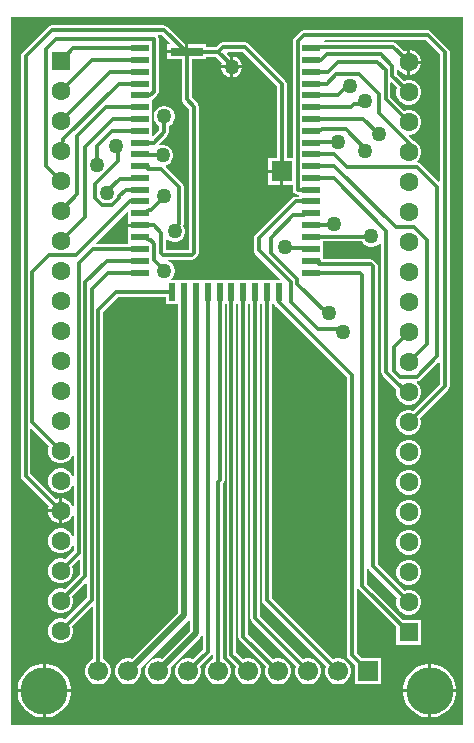
<source format=gtl>
%FSTAX23Y23*%
%MOIN*%
%SFA1B1*%

%IPPOS*%
%ADD14R,0.070080X0.070080*%
%ADD15R,0.109840X0.029920*%
%ADD16R,0.059060X0.023620*%
%ADD17R,0.023620X0.059060*%
%ADD20C,0.066930*%
%ADD21R,0.066930X0.066930*%
%ADD24C,0.011810*%
%ADD25C,0.019680*%
%ADD26C,0.062990*%
%ADD27R,0.062990X0.062990*%
%ADD28C,0.157480*%
%ADD29C,0.050000*%
%LNpcb2-1*%
%LPD*%
G36*
X02605Y01045D02*
X011D01*
Y03405*
X02605*
Y01045*
G37*
%LNpcb2-2*%
%LPC*%
G36*
X01609Y03378D02*
X01235D01*
X01228Y03376*
X01223Y03373*
X01136Y03286*
X01133Y03281*
X01131Y03275*
Y01876*
X01133Y0187*
X01136Y01865*
X01226Y01775*
X01223Y01765*
Y01765*
X0126*
Y01801*
X01259*
X01249Y01798*
X01164Y01883*
Y02031*
X01169Y02033*
X01226Y01975*
X01223Y01965*
Y01954*
X01226Y01943*
X01231Y01934*
X01239Y01926*
X01248Y01921*
X01259Y01918*
X0127*
X01281Y01921*
X0129Y01926*
X01298Y01934*
X01303Y01943*
X01303Y01944*
X01308Y01943*
Y01876*
X01303Y01875*
X01303Y01876*
X01298Y01885*
X0129Y01893*
X01281Y01898*
X0127Y01901*
X01259*
X01248Y01898*
X01239Y01893*
X01231Y01885*
X01226Y01876*
X01223Y01865*
Y01854*
X01226Y01843*
X01231Y01834*
X01239Y01826*
X01248Y01821*
X01259Y01818*
X0127*
X01281Y01821*
X0129Y01826*
X01298Y01834*
X01303Y01843*
X01303Y01844*
X01308Y01843*
Y01776*
X01303Y01775*
X01303Y01776*
X01298Y01785*
X0129Y01793*
X01281Y01798*
X0127Y01801*
X0127*
Y0176*
Y01718*
X0127*
X01281Y01721*
X0129Y01726*
X01298Y01734*
X01303Y01743*
X01303Y01744*
X01308Y01743*
Y01676*
X01303Y01675*
X01303Y01676*
X01298Y01685*
X0129Y01693*
X01281Y01698*
X0127Y01701*
X01259*
X01248Y01698*
X01239Y01693*
X01231Y01685*
X01226Y01676*
X01223Y01665*
Y01654*
X01226Y01643*
X01231Y01634*
X01239Y01626*
X01248Y01621*
X01259Y01618*
X0127*
X01281Y01621*
X0129Y01626*
X01298Y01634*
X01303Y01643*
X01303Y01644*
X01308Y01643*
Y01626*
X0128Y01598*
X0127Y01601*
X01259*
X01248Y01598*
X01239Y01593*
X01231Y01585*
X01226Y01576*
X01223Y01565*
Y01554*
X01226Y01543*
X01231Y01534*
X01239Y01526*
X01248Y01521*
X01259Y01518*
X0127*
X01281Y01521*
X0129Y01526*
X01298Y01534*
X01303Y01543*
X01306Y01554*
Y01565*
X01303Y01575*
X01325Y01597*
X0133Y01595*
Y01548*
X0128Y01498*
X0127Y01501*
X01259*
X01248Y01498*
X01239Y01493*
X01231Y01485*
X01226Y01476*
X01223Y01465*
Y01454*
X01226Y01443*
X01231Y01434*
X01239Y01426*
X01248Y01421*
X01259Y01418*
X0127*
X01281Y01421*
X0129Y01426*
X01298Y01434*
X01303Y01443*
X01306Y01454*
Y01465*
X01303Y01475*
X01347Y01519*
X01351Y01517*
Y01469*
X0128Y01398*
X0127Y01401*
X01259*
X01248Y01398*
X01239Y01393*
X01231Y01385*
X01226Y01376*
X01223Y01365*
Y01354*
X01226Y01343*
X01231Y01334*
X01239Y01326*
X01248Y01321*
X01259Y01318*
X0127*
X01281Y01321*
X0129Y01326*
X01298Y01334*
X01303Y01343*
X01306Y01354*
Y01365*
X01303Y01375*
X01369Y01441*
X01373Y01439*
Y01265*
X01373Y01265*
X01363Y01259*
X01355Y01251*
X01349Y01241*
X01346Y0123*
Y01219*
X01349Y01208*
X01355Y01198*
X01363Y0119*
X01373Y01184*
X01384Y01181*
X01395*
X01406Y01184*
X01416Y0119*
X01424Y01198*
X0143Y01208*
X01433Y01219*
Y0123*
X0143Y01241*
X01424Y01251*
X01416Y01259*
X01406Y01265*
X01406Y01265*
Y0159*
X01406Y01592*
Y02423*
X01456Y02473*
X01616*
Y0245*
X01656*
Y0142*
X01502Y01266*
X01495Y01268*
X01484*
X01473Y01265*
X01463Y01259*
X01455Y01251*
X01449Y01241*
X01446Y0123*
Y01219*
X01449Y01208*
X01455Y01198*
X01463Y0119*
X01473Y01184*
X01484Y01181*
X01495*
X01506Y01184*
X01516Y0119*
X01524Y01198*
X0153Y01208*
X01533Y01219*
Y0123*
X01531Y01237*
X01691Y01397*
X01692Y01397*
X01696Y01396*
Y01359*
X01602Y01266*
X01595Y01268*
X01584*
X01573Y01265*
X01563Y01259*
X01555Y01251*
X01549Y01241*
X01546Y0123*
Y01219*
X01549Y01208*
X01555Y01198*
X01563Y0119*
X01573Y01184*
X01584Y01181*
X01595*
X01606Y01184*
X01616Y0119*
X01624Y01198*
X0163Y01208*
X01633Y01219*
Y0123*
X01631Y01237*
X0173Y01337*
X01734Y01343*
X01738Y01342*
X01739Y01342*
Y01297*
X01707Y01265*
X01706Y01265*
X01695Y01268*
X01684*
X01673Y01265*
X01663Y01259*
X01655Y01251*
X01649Y01241*
X01646Y0123*
Y01219*
X01649Y01208*
X01655Y01198*
X01663Y0119*
X01673Y01184*
X01684Y01181*
X01695*
X01706Y01184*
X01716Y0119*
X01724Y01198*
X0173Y01208*
X01733Y01219*
Y0123*
X0173Y01241*
X0173Y01242*
X01767Y01279*
X01768Y01281*
X01773Y0128*
Y01265*
X01773Y01265*
X01763Y01259*
X01755Y01251*
X01749Y01241*
X01746Y0123*
Y01219*
X01749Y01208*
X01755Y01198*
X01763Y0119*
X01773Y01184*
X01784Y01181*
X01795*
X01806Y01184*
X01816Y0119*
X01824Y01198*
X0183Y01208*
X01833Y01219*
Y0123*
X0183Y01241*
X01824Y01251*
X01816Y01259*
X01806Y01265*
X01806Y01265*
Y0185*
X01806Y0185*
X0181Y01856*
X01811Y01862*
Y0245*
X01818*
Y0128*
X01819Y01274*
X01823Y01268*
X01849Y01242*
X01849Y01241*
X01846Y0123*
Y01219*
X01849Y01208*
X01855Y01198*
X01863Y0119*
X01873Y01184*
X01884Y01181*
X01895*
X01906Y01184*
X01916Y0119*
X01924Y01198*
X0193Y01208*
X01933Y01219*
Y0123*
X0193Y01241*
X01924Y01251*
X01916Y01259*
X01906Y01265*
X01895Y01268*
X01884*
X01873Y01265*
X01872Y01265*
X0185Y01287*
Y0245*
X01857*
Y0134*
X01859Y01334*
X01862Y01329*
X01949Y01242*
X01949Y01241*
X01946Y0123*
Y01219*
X01949Y01208*
X01955Y01198*
X01963Y0119*
X01973Y01184*
X01984Y01181*
X01995*
X02006Y01184*
X02016Y0119*
X02024Y01198*
X0203Y01208*
X02033Y01219*
Y0123*
X0203Y01241*
X02024Y01251*
X02016Y01259*
X02006Y01265*
X01995Y01268*
X01984*
X01973Y01265*
X01972Y01265*
X0189Y01347*
Y0245*
X01897*
Y01401*
X01898Y01395*
X01901Y0139*
X02049Y01242*
X02049Y01241*
X02046Y0123*
Y01219*
X02049Y01208*
X02055Y01198*
X02063Y0119*
X02073Y01184*
X02084Y01181*
X02095*
X02106Y01184*
X02116Y0119*
X02124Y01198*
X0213Y01208*
X02133Y01219*
Y0123*
X0213Y01241*
X02124Y01251*
X02116Y01259*
X02106Y01265*
X02095Y01268*
X02084*
X02073Y01265*
X02072Y01265*
X01929Y01408*
Y0245*
X01936*
Y01462*
X01937Y01456*
X01941Y0145*
X02149Y01242*
X02149Y01241*
X02146Y0123*
Y01219*
X02149Y01208*
X02155Y01198*
X02163Y0119*
X02173Y01184*
X02184Y01181*
X02195*
X02206Y01184*
X02216Y0119*
X02224Y01198*
X0223Y01208*
X02233Y01219*
Y0123*
X0223Y01241*
X02224Y01251*
X02216Y01259*
X02206Y01265*
X02195Y01268*
X02184*
X02173Y01265*
X02172Y01265*
X01969Y01468*
Y0245*
X01977*
X01977Y02449*
X0198Y02444*
X02218Y02206*
Y0128*
X0222Y01273*
X02223Y01268*
X02246Y01245*
Y01181*
X02333*
Y01268*
X02269*
X02251Y01286*
Y015*
X02256Y01502*
X02258Y01498*
X02383Y01373*
Y01313*
X02466*
Y01396*
X02406*
X02286Y01516*
Y01565*
X02291Y01567*
X02293Y01563*
X02386Y0147*
X02383Y0146*
Y01449*
X02386Y01438*
X02391Y01429*
X02399Y01421*
X02408Y01416*
X02419Y01413*
X0243*
X02441Y01416*
X0245Y01421*
X02458Y01429*
X02463Y01438*
X02466Y01449*
Y0146*
X02463Y01471*
X02458Y0148*
X0245Y01488*
X02441Y01493*
X0243Y01496*
X02419*
X02409Y01493*
X02321Y01581*
Y02576*
X02319Y02582*
X02316Y02587*
X02309Y02594*
X02304Y02597*
X02298Y02599*
X02142*
X02142Y026*
X02139Y02603*
Y02658*
X02269*
X02271Y02653*
X02278Y02646*
X02286Y02642*
X02295Y0264*
X02304*
X02313Y02642*
X02321Y02646*
X02328Y02653*
X02328Y02654*
X02333Y02653*
Y02221*
X02335Y02215*
X02338Y0221*
X02376Y02171*
X02377Y02171*
X02378Y0217*
X02384Y02165*
X02383Y0216*
Y02149*
X02386Y02138*
X02391Y02129*
X02399Y02121*
X02408Y02116*
X02419Y02113*
X0243*
X02441Y02116*
X0245Y02121*
X02458Y02129*
X02463Y02138*
X02466Y02149*
Y0216*
X02463Y02171*
X02458Y0218*
X02452Y02185*
X02454Y02191*
X02458Y02192*
X02463Y02195*
X02524Y02256*
X02528Y02254*
Y02181*
X0244Y02093*
X0243Y02096*
X02419*
X02408Y02093*
X02399Y02088*
X02391Y0208*
X02386Y02071*
X02383Y0206*
Y02049*
X02386Y02038*
X02391Y02029*
X02399Y02021*
X02408Y02016*
X02419Y02013*
X0243*
X02441Y02016*
X0245Y02021*
X02458Y02029*
X02463Y02038*
X02466Y02049*
Y0206*
X02463Y0207*
X02556Y02163*
X02559Y02168*
X02561Y02175*
Y03289*
X02559Y03295*
X02556Y033*
X025Y03356*
X02495Y03359*
X02489Y03361*
X02075*
X02068Y03359*
X02063Y03356*
X02043Y03336*
X0204Y03331*
X02038Y03325*
Y02937*
X02019*
Y03182*
X02017Y03188*
X02014Y03193*
X01891Y03316*
X01886Y03319*
X0188Y03321*
X01805*
X01799Y03319*
X01793Y03316*
X01783Y03306*
X0175*
Y03315*
X0169*
Y0329*
X01685*
Y03285*
X0162*
Y03265*
X01668*
Y03132*
X0167Y03125*
X01673Y0312*
X01693Y031*
Y0263*
X01617*
Y02662*
X01621Y02664*
X01623Y02662*
X01631Y02658*
X0164Y02656*
X01649*
X01658Y02658*
X01666Y02662*
X01673Y02669*
X01677Y02677*
X0168Y02686*
Y02695*
X01677Y02704*
X01674Y02709*
X01674Y0271*
X01676Y02716*
Y02839*
X01674Y02845*
X01671Y0285*
X01615Y02906*
X01617Y02911*
X01618Y02912*
X01626Y02916*
X01633Y02923*
X01637Y02931*
X0164Y0294*
Y02949*
X01637Y02958*
X01633Y02966*
X01626Y02973*
X01618Y02977*
X01609Y0298*
X016*
X01595Y02978*
X01593Y02983*
X0162Y0301*
X01624Y03016*
X01625Y03022*
Y03043*
X01631Y03046*
X01638Y03053*
X01642Y03061*
X01645Y0307*
Y03079*
X01642Y03088*
X01638Y03096*
X01631Y03103*
X01623Y03107*
X01614Y0311*
X01605*
X01596Y03107*
X01588Y03103*
X01581Y03096*
X01577Y03088*
X01575Y03079*
Y0307*
X01577Y03061*
X01581Y03053*
X01588Y03046*
X01593Y03044*
Y03029*
X01574Y03009*
X01569Y03012*
Y03044*
Y03084*
Y0313*
X01573Y03133*
X01586Y03146*
X01589Y03151*
X01591Y03157*
Y03332*
X01589Y03338*
X01588Y0334*
X0159Y03345*
X01602*
X01629Y03319*
X01628Y03315*
X0162*
Y03295*
X0168*
Y03316*
X0162Y03373*
X01617Y03375*
X01615Y03376*
X01614Y03377*
X01614Y03377*
X01611Y03377*
X01609Y03378*
G37*
G36*
X0243Y01996D02*
X02419D01*
X02408Y01993*
X02399Y01988*
X02391Y0198*
X02386Y01971*
X02383Y0196*
Y01949*
X02386Y01938*
X02391Y01929*
X02399Y01921*
X02408Y01916*
X02419Y01913*
X0243*
X02441Y01916*
X0245Y01921*
X02458Y01929*
X02463Y01938*
X02466Y01949*
Y0196*
X02463Y01971*
X02458Y0198*
X0245Y01988*
X02441Y01993*
X0243Y01996*
G37*
G36*
Y01896D02*
X02419D01*
X02408Y01893*
X02399Y01888*
X02391Y0188*
X02386Y01871*
X02383Y0186*
Y01849*
X02386Y01838*
X02391Y01829*
X02399Y01821*
X02408Y01816*
X02419Y01813*
X0243*
X02441Y01816*
X0245Y01821*
X02458Y01829*
X02463Y01838*
X02466Y01849*
Y0186*
X02463Y01871*
X02458Y0188*
X0245Y01888*
X02441Y01893*
X0243Y01896*
G37*
G36*
X0126Y01755D02*
X01223D01*
Y01754*
X01226Y01743*
X01231Y01734*
X01239Y01726*
X01248Y01721*
X01259Y01718*
X0126*
Y01755*
G37*
G36*
X0243Y01796D02*
X02419D01*
X02408Y01793*
X02399Y01788*
X02391Y0178*
X02386Y01771*
X02383Y0176*
Y01749*
X02386Y01738*
X02391Y01729*
X02399Y01721*
X02408Y01716*
X02419Y01713*
X0243*
X02441Y01716*
X0245Y01721*
X02458Y01729*
X02463Y01738*
X02466Y01749*
Y0176*
X02463Y01771*
X02458Y0178*
X0245Y01788*
X02441Y01793*
X0243Y01796*
G37*
G36*
Y01696D02*
X02419D01*
X02408Y01693*
X02399Y01688*
X02391Y0168*
X02386Y01671*
X02383Y0166*
Y01649*
X02386Y01638*
X02391Y01629*
X02399Y01621*
X02408Y01616*
X02419Y01613*
X0243*
X02441Y01616*
X0245Y01621*
X02458Y01629*
X02463Y01638*
X02466Y01649*
Y0166*
X02463Y01671*
X02458Y0168*
X0245Y01688*
X02441Y01693*
X0243Y01696*
G37*
G36*
Y01596D02*
X02419D01*
X02408Y01593*
X02399Y01588*
X02391Y0158*
X02386Y01571*
X02383Y0156*
Y01549*
X02386Y01538*
X02391Y01529*
X02399Y01521*
X02408Y01516*
X02419Y01513*
X0243*
X02441Y01516*
X0245Y01521*
X02458Y01529*
X02463Y01538*
X02466Y01549*
Y0156*
X02463Y01571*
X02458Y0158*
X0245Y01588*
X02441Y01593*
X0243Y01596*
G37*
G36*
X02503Y01248D02*
X025D01*
Y01165*
X02583*
Y01168*
X0258Y01185*
X02573Y01202*
X02563Y01216*
X02551Y01228*
X02537Y01238*
X0252Y01245*
X02503Y01248*
G37*
G36*
X0249D02*
X02486D01*
X02469Y01245*
X02452Y01238*
X02438Y01228*
X02426Y01216*
X02416Y01202*
X02409Y01185*
X02406Y01168*
Y01165*
X0249*
Y01248*
G37*
G36*
X01218D02*
X01215D01*
Y01165*
X01298*
Y01168*
X01295Y01185*
X01288Y01202*
X01278Y01216*
X01266Y01228*
X01252Y01238*
X01235Y01245*
X01218Y01248*
G37*
G36*
X01205D02*
X01201D01*
X01184Y01245*
X01167Y01238*
X01153Y01228*
X01141Y01216*
X01131Y01202*
X01124Y01185*
X01121Y01168*
Y01165*
X01205*
Y01248*
G37*
G36*
X02583Y01155D02*
X025D01*
Y01071*
X02503*
X0252Y01074*
X02537Y01081*
X02551Y01091*
X02563Y01103*
X02573Y01117*
X0258Y01134*
X02583Y01151*
Y01155*
G37*
G36*
X0249D02*
X02406D01*
Y01151*
X02409Y01134*
X02416Y01117*
X02426Y01103*
X02438Y01091*
X02452Y01081*
X02469Y01074*
X02486Y01071*
X0249*
Y01155*
G37*
G36*
X01298D02*
X01215D01*
Y01071*
X01218*
X01235Y01074*
X01252Y01081*
X01266Y01091*
X01278Y01103*
X01288Y01117*
X01295Y01134*
X01298Y01151*
Y01155*
G37*
G36*
X01205D02*
X01121D01*
Y01151*
X01124Y01134*
X01131Y01117*
X01141Y01103*
X01153Y01091*
X01167Y01081*
X01184Y01074*
X01201Y01071*
X01205*
Y01155*
G37*
%LNpcb2-3*%
%LPD*%
G36*
X01986Y03175D02*
Y02937D01*
X01957*
Y02897*
X02002*
Y02892*
X02007*
Y02847*
X02038*
Y0283*
X0204Y02824*
X02043Y02819*
X02048Y02815*
X02055Y02814*
X0206*
Y02807*
X02048*
X02041Y02806*
X02036Y02802*
X01913Y02679*
X0191Y02674*
X01908Y02668*
Y02629*
X0191Y02622*
X01913Y02617*
X01997Y02534*
X01995Y02529*
X01636*
X01633Y02534*
X01638Y02538*
X01642Y02546*
X01645Y02555*
Y02564*
X01642Y02573*
X01638Y02581*
X01631Y02588*
X01623Y02592*
X01622Y02592*
X01623Y02597*
X01703*
X01709Y02599*
X01714Y02602*
X01721Y02609*
X01724Y02614*
X01726Y0262*
Y03107*
X01724Y03113*
X01721Y03118*
X01701Y03138*
Y03265*
X0175*
Y03274*
X01783*
X01803Y03254*
X01802Y03253*
X018Y03245*
X0183*
Y03274*
X01829Y03274*
X01819Y03284*
X01821Y03288*
X01873*
X01986Y03175*
G37*
G36*
X02528Y03282D02*
Y02859D01*
X02524Y02857*
X02465Y02916*
X0246Y02919*
X02456Y0292*
X02454Y02926*
X02458Y02929*
X02463Y02938*
X02466Y02949*
Y0296*
X02463Y02971*
X02458Y0298*
X0245Y02988*
X02441Y02993*
X02439Y02994*
X02436Y02998*
X02426Y03008*
X02427Y03013*
X0243*
X02441Y03016*
X0245Y03021*
X02458Y03029*
X02463Y03038*
X02466Y03049*
Y0306*
X02463Y03071*
X02458Y0308*
X0245Y03088*
X02441Y03093*
X0243Y03096*
X02419*
X02409Y03093*
X02364Y03138*
Y03186*
X02369Y03188*
X02386Y0317*
X02383Y0316*
Y03149*
X02386Y03138*
X02391Y03129*
X02399Y03121*
X02408Y03116*
X02419Y03113*
X0243*
X02441Y03116*
X0245Y03121*
X02458Y03129*
X02463Y03138*
X02466Y03149*
Y0316*
X02463Y03171*
X02458Y0318*
X0245Y03188*
X02441Y03193*
X0243Y03196*
X02419*
X02409Y03193*
X02386Y03216*
Y03229*
X02391Y0323*
X02391Y03229*
X02399Y03221*
X02408Y03216*
X02419Y03213*
X0242*
Y03255*
Y03296*
X02419*
X02409Y03293*
X02385Y03317*
X0238Y0332*
X02374Y03321*
X02143*
X02142Y03323*
X02145Y03328*
X02482*
X02528Y03282*
G37*
G36*
X0149Y02755D02*
Y02729D01*
Y02717*
X01529*
Y02707*
X0149*
Y0269*
Y02649*
X01384*
X01382Y02654*
X01485Y02757*
X0149Y02755*
G37*
%LNpcb2-4*%
%LPC*%
G36*
X0184Y03274D02*
Y03245D01*
X01869*
X01867Y03253*
X01863Y03261*
X01856Y03268*
X01848Y03272*
X0184Y03274*
G37*
G36*
X01869Y03235D02*
X0184D01*
Y03205*
X01848Y03207*
X01856Y03211*
X01863Y03218*
X01867Y03226*
X01869Y03235*
G37*
G36*
X0183D02*
X018D01*
X01802Y03226*
X01806Y03218*
X01813Y03211*
X01821Y03207*
X0183Y03205*
Y03235*
G37*
G36*
X01997Y02887D02*
X01957D01*
Y02847*
X01997*
Y02887*
G37*
G36*
X0243Y03296D02*
X0243D01*
Y0326*
X02466*
Y0326*
X02463Y03271*
X02458Y0328*
X0245Y03288*
X02441Y03293*
X0243Y03296*
G37*
G36*
X02466Y0325D02*
X0243D01*
Y03213*
X0243*
X02441Y03216*
X0245Y03221*
X02458Y03229*
X02463Y03238*
X02466Y03249*
Y0325*
G37*
%LNpcb2-5*%
%LPD*%
G54D14*
X02002Y02892D03*
G54D15*
X01685Y0329D03*
G54D16*
X021Y03302D03*
Y03263D03*
Y03224D03*
Y03184D03*
Y03145D03*
Y03106D03*
Y03066D03*
Y03027D03*
Y02987D03*
Y02948D03*
Y02909D03*
Y02869D03*
Y0283D03*
Y02791D03*
Y02751D03*
Y02712D03*
Y02672D03*
Y02633D03*
Y02594D03*
Y02554D03*
X01529D03*
Y02594D03*
Y02633D03*
Y02672D03*
Y02712D03*
Y02751D03*
Y02791D03*
Y0283D03*
Y02869D03*
Y02909D03*
Y02948D03*
Y02987D03*
Y03027D03*
Y03066D03*
Y03106D03*
Y03145D03*
Y03184D03*
Y03224D03*
Y03263D03*
Y03302D03*
G54D17*
X01992Y02489D03*
X01952D03*
X01913D03*
X01874D03*
X01834D03*
X01795D03*
X01755D03*
X01716D03*
X01677D03*
X01637D03*
G54D20*
X0139Y01225D03*
X0149D03*
X0159D03*
X0169D03*
X0179D03*
X0189D03*
X0199D03*
X0209D03*
X0219D03*
G54D21*
X0229Y01225D03*
G54D24*
X01379Y02848D02*
X01457Y02926D01*
X01436Y02779D02*
X0146Y02803D01*
X0142Y0282D02*
Y02825D01*
X01403Y02779D02*
X01436D01*
X01379Y02803D02*
Y02848D01*
Y02803D02*
X01403Y02779D01*
X0146Y02803D02*
Y02808D01*
X01483Y0283*
X0142Y02825D02*
X01462Y02867D01*
X01527*
X01483Y0283D02*
X01529D01*
X01527Y02867D02*
X01529Y02869D01*
X01386Y02914D02*
Y02976D01*
X0145Y02975D02*
X01457Y02967D01*
X01457Y02926D02*
Y02938D01*
X01457Y02938D02*
X01457Y02938D01*
X01457Y02938D02*
Y02967D01*
X02151Y0242D02*
X0216D01*
X02054Y02517D02*
X02151Y0242D01*
X02054Y02517D02*
Y02531D01*
X01965Y0262D02*
X02054Y02531D01*
X01965Y0262D02*
Y0267D01*
X02032Y02457D02*
Y02522D01*
X01925Y02629D02*
X02032Y02522D01*
X01925Y02629D02*
Y02668D01*
X01965Y0267D02*
X0204Y02745D01*
X02076*
X01925Y02668D02*
X02048Y02791D01*
X02016Y02636D02*
X02097D01*
X02013Y0264D02*
X02016Y02636D01*
X02082Y02751D02*
X021D01*
X02097Y02636D02*
X021Y02633D01*
X02076Y02745D02*
X02082Y02751D01*
X02172Y02712D02*
X02176Y02716D01*
X021Y02672D02*
X02101Y02674D01*
X021Y02712D02*
X02172D01*
X02101Y02674D02*
X02299D01*
X023Y02675*
X02375Y02305D02*
X02425Y02355D01*
X02375Y02227D02*
X02395Y02207D01*
X02375Y02227D02*
Y02305D01*
X0235Y02221D02*
Y02694D01*
X02175Y02869D02*
X0235Y02694D01*
Y02221D02*
X02388Y02183D01*
X02395Y02207D02*
X02452D01*
X02231Y03106D02*
X02242Y03117D01*
X02272*
X02101Y03106D02*
X02231D01*
X02272Y03117D02*
X0228Y03125D01*
X021Y03106D02*
X02101Y03106D01*
X02326Y03085D02*
X02425Y02987D01*
X0226Y03215D02*
X02326Y0315D01*
Y03085D02*
Y0315D01*
X02348Y03131D02*
Y03229D01*
Y03131D02*
X02425Y03055D01*
X02273Y03066D02*
X02325Y03015D01*
X021Y03066D02*
X02273D01*
X02216Y03031D02*
X0228Y02967D01*
Y0296D02*
Y02967D01*
X021Y02987D02*
X02101Y02988D01*
X02188*
X0219Y0299*
X0222Y03175D02*
X0223D01*
X021Y03145D02*
X0219D01*
X02152Y03184D02*
X02183Y03215D01*
X0219Y03145D02*
X0222Y03175D01*
X02183Y03215D02*
X0226D01*
X0179Y0329D02*
X01835Y03246D01*
Y0324D02*
Y03246D01*
X0161Y0256D02*
Y02562D01*
X01576Y02595D02*
Y0265D01*
Y02595D02*
X0161Y02562D01*
X01607Y02614D02*
X01703D01*
X0171Y0262D02*
Y03107D01*
X016Y0262D02*
Y02686D01*
Y0262D02*
X01607Y02614D01*
X01703D02*
X0171Y0262D01*
X01558Y02661D02*
X01565D01*
X01547Y02672D02*
X01558Y02661D01*
X01565D02*
X01576Y0265D01*
X01529Y02672D02*
X01547D01*
X0145Y02489D02*
X01637D01*
X0139Y0243D02*
X0145Y02489D01*
X01609Y03074D02*
X0161Y03075D01*
X01609Y03022D02*
Y03074D01*
X01575Y02987D02*
X01609Y03022D01*
X01529Y02948D02*
X01531Y02946D01*
X01603D02*
X01605Y02945D01*
X01531Y02946D02*
X01603D01*
X01529Y02751D02*
X01547D01*
X01558Y02763*
X01565D02*
X0161Y02807D01*
X01558Y02763D02*
X01565D01*
X0161Y02807D02*
Y0281D01*
X016Y02899D02*
X0166Y02839D01*
X01645Y02691D02*
Y02701D01*
X0166Y02716*
Y02839*
X01439Y03066D02*
X01529D01*
X01345Y0274D02*
Y02971D01*
X01439Y03066*
X01386Y02976D02*
X01437Y03027D01*
X01529*
X01556Y02899D02*
X016D01*
X01529Y02909D02*
X01556D01*
Y02899D02*
Y02909D01*
X01148Y01876D02*
X01265Y0176D01*
X01148Y01876D02*
Y03275D01*
X0227Y0151D02*
Y02547D01*
Y0151D02*
X02425Y01355D01*
X021Y02554D02*
X02263D01*
X0227Y02547*
X02127Y02582D02*
X02298D01*
X02305Y01575D02*
X02425Y01455D01*
X02298Y02582D02*
X02305Y02576D01*
Y01575D02*
Y02576D01*
X02235Y0128D02*
X0229Y01225D01*
X01992Y02456D02*
X02235Y02213D01*
Y0128D02*
Y02213D01*
X02443Y02705D02*
X02485Y02663D01*
X02425Y02255D02*
X02485Y02315D01*
Y02663*
X02454Y02905D02*
X0252Y02839D01*
X02452Y02207D02*
X0252Y02275D01*
Y02839*
X02331Y03283D02*
X0237Y03244D01*
Y0321D02*
X02425Y03155D01*
X0237Y0321D02*
Y03244D01*
X02319Y03257D02*
X02348Y03229D01*
X02489Y03345D02*
X02545Y03289D01*
X02425Y02055D02*
X02545Y02175D01*
Y03289*
X01346Y0161D02*
X01346Y0161D01*
X0139Y01592D02*
X0139Y01592D01*
X01346Y01541D02*
Y0161D01*
X0139Y01225D02*
Y01592D01*
X01368Y01601D02*
X01368Y01601D01*
X01368Y01463D02*
Y01601D01*
X01265Y0156D02*
X01325Y0162D01*
Y02585*
X01346Y0161D02*
Y02521D01*
X01325Y02585D02*
X01373Y02633D01*
X01265Y0146D02*
X01346Y01541D01*
X01346Y02521D02*
X01419Y02594D01*
X01368Y02499D02*
X01424Y02554D01*
X01368Y01601D02*
Y02499D01*
X01265Y0136D02*
X01368Y01463D01*
X0139Y01592D02*
Y0243D01*
X01265Y0276D02*
X0132Y02815D01*
Y0301D02*
X01415Y03106D01*
X0132Y02815D02*
Y0301D01*
X01265Y0266D02*
X01345Y0274D01*
X0117Y02055D02*
Y02557D01*
X01225Y02612*
X0117Y02055D02*
X01265Y0196D01*
X01148Y03275D02*
X01235Y03362D01*
X01805Y03305D02*
X0188D01*
X02002Y03182*
X0179Y0329D02*
X01805Y03305D01*
X02125Y03302D02*
Y03305D01*
X01685Y03132D02*
Y0329D01*
X02002Y02892D02*
Y03182D01*
X01685Y0329D02*
X0179D01*
X02127Y02582D02*
Y02594D01*
X01429Y03224D02*
X01529D01*
X01265Y0306D02*
X01429Y03224D01*
X01459Y03184D02*
X01529D01*
X01274Y03D02*
X01459Y03184D01*
X01265Y0296D02*
X01274Y03D01*
X01529Y03145D02*
X01562D01*
X01575Y03157*
Y03332*
X01249D02*
X01575D01*
X01217Y033D02*
X01249Y03332D01*
X01217Y02908D02*
Y033D01*
Y02908D02*
X01265Y0286D01*
X01529Y02987D02*
X01575D01*
X01609Y03362D02*
X01685Y0329D01*
X01235Y03362D02*
X01609D01*
X01755Y0129D02*
Y02489D01*
X0169Y01225D02*
X01755Y0129D01*
X01795Y01862D02*
Y02489D01*
X0179Y01857D02*
X01795Y01862D01*
X0179Y01225D02*
Y01857D01*
X01952Y01462D02*
X0219Y01225D01*
X01952Y01462D02*
Y02489D01*
X02196Y02365D02*
X02206Y02355D01*
X02124Y02365D02*
X02196D01*
X02032Y02457D02*
X02124Y02365D01*
X02048Y02791D02*
X021D01*
Y02869D02*
X02175D01*
X02388Y02183D02*
X02425Y02155D01*
X02381Y02705D02*
X02443D01*
X02177Y02909D02*
X02381Y02705D01*
X021Y02909D02*
X02177D01*
X02218Y02905D02*
X02454D01*
X02175Y02948D02*
X02218Y02905D01*
X021Y02948D02*
X02175D01*
X02145Y03031D02*
X02216D01*
X021Y03027D02*
X02145Y03031D01*
X02189Y03257D02*
X02319D01*
X02156Y03224D02*
X02189Y03257D01*
X021Y03224D02*
X02156D01*
X021Y03302D02*
X02125D01*
Y03305D02*
X02374D01*
X02425Y03255*
X021Y03263D02*
X02131D01*
X02151Y03283*
X02331*
X01373Y02633D02*
X01529D01*
X01225Y02612D02*
X01317D01*
X01496Y02791*
X01529*
X01415Y03106D02*
X01529D01*
X02075Y03345D02*
X02489D01*
X02055Y03325D02*
X02075Y03345D01*
X02055Y0283D02*
Y03325D01*
Y0283D02*
X021D01*
X01685Y0329D02*
X01685D01*
X01685Y03132D02*
X0171Y03107D01*
X01575Y02712D02*
X016Y02686D01*
X01529Y02712D02*
X01575D01*
X021Y03184D02*
X02152D01*
X02425Y02955D02*
Y02987D01*
X021Y02594D02*
X02127D01*
X01992Y02456D02*
Y02489D01*
X01419Y02594D02*
X01529D01*
X01424Y02554D02*
X01529D01*
X01368Y03263D02*
X01529D01*
X01265Y0316D02*
X01368Y03263D01*
X01307Y03302D02*
X01529D01*
X01265Y0326D02*
X01307Y03302D01*
X01913Y01401D02*
Y02489D01*
Y01401D02*
X0209Y01225D01*
X01874Y0134D02*
Y02489D01*
Y0134D02*
X0199Y01225D01*
X01834Y0128D02*
X0189Y01225D01*
X01834Y0128D02*
Y02489D01*
G54D25*
X01677Y01412D02*
Y02489D01*
X0149Y01225D02*
X01677Y01412D01*
X01716Y01351D02*
Y02489D01*
X0159Y01225D02*
X01716Y01351D01*
G54D26*
X02425Y02755D03*
Y02455D03*
Y02355D03*
Y02255D03*
Y02055D03*
Y01955D03*
Y01755D03*
Y01555D03*
Y01455D03*
Y01655D03*
Y01855D03*
Y02155D03*
Y02555D03*
Y02655D03*
Y02855D03*
Y02955D03*
Y03055D03*
Y03155D03*
Y03255D03*
X01265Y0186D03*
Y0216D03*
Y0226D03*
Y0236D03*
Y0256D03*
Y0266D03*
Y0286D03*
Y0306D03*
Y0316D03*
Y0296D03*
Y0276D03*
Y0246D03*
Y0206D03*
Y0196D03*
Y0176D03*
Y0166D03*
Y0156D03*
Y0146D03*
Y0136D03*
G54D27*
X02425Y01355D03*
X01265Y0326D03*
G54D28*
X02495Y0116D03*
X0121D03*
G54D29*
X0142Y0282D03*
X01386Y02914D03*
X0145Y02975D03*
X0216Y0242D03*
X02013Y0264D03*
X02176Y02716D03*
X023Y02675D03*
X0228Y03125D03*
X02325Y03015D03*
X0228Y0296D03*
X0219Y0299D03*
X0223Y03175D03*
X01835Y0324D03*
X0161Y0256D03*
Y03075D03*
X01605Y02945D03*
X0161Y0281D03*
X01645Y02691D03*
X02206Y02355D03*
M02*
</source>
